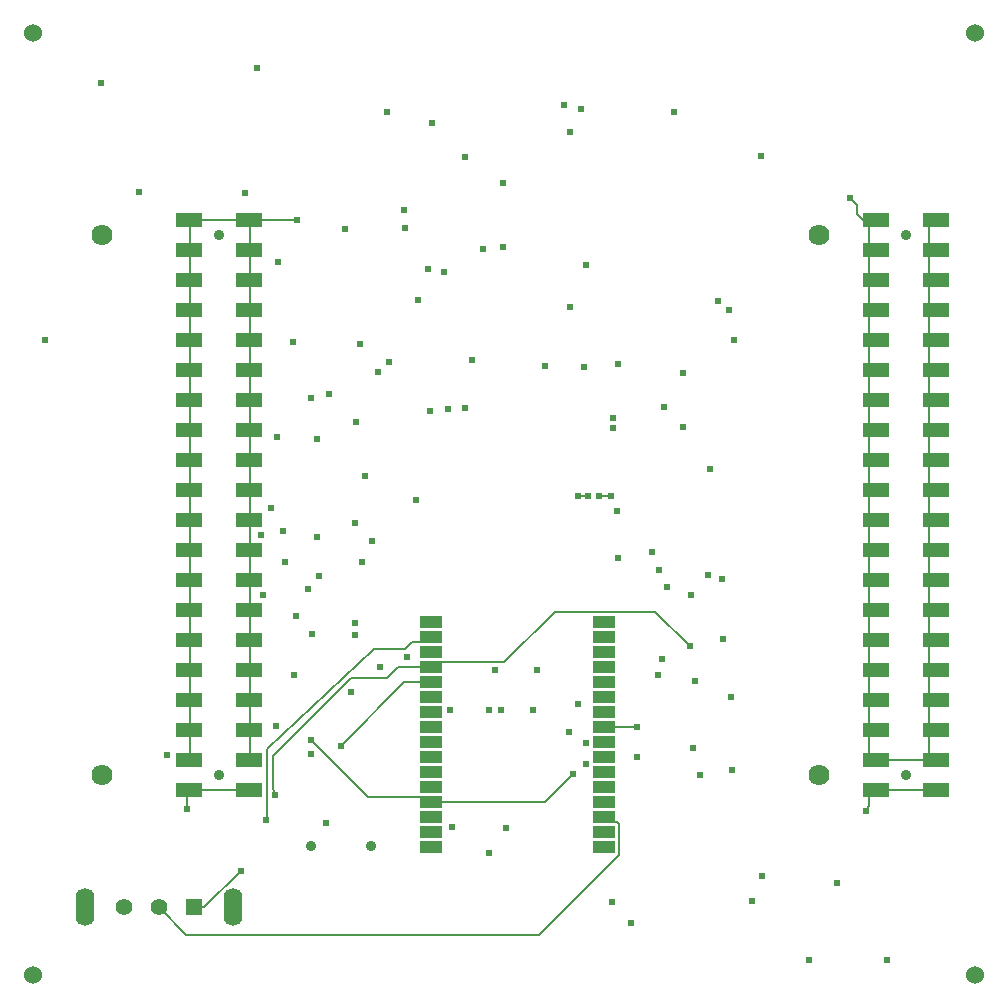
<source format=gbl>
G04*
G04 #@! TF.GenerationSoftware,Altium Limited,Altium Designer,23.11.1 (41)*
G04*
G04 Layer_Physical_Order=4*
G04 Layer_Color=16711680*
%FSLAX25Y25*%
%MOIN*%
G70*
G04*
G04 #@! TF.SameCoordinates,3206F265-2646-4181-9204-0E6D39A93BEF*
G04*
G04*
G04 #@! TF.FilePolarity,Positive*
G04*
G01*
G75*
%ADD18C,0.00600*%
G04:AMPARAMS|DCode=22|XSize=21.65mil|YSize=19.68mil|CornerRadius=2.46mil|HoleSize=0mil|Usage=FLASHONLY|Rotation=90.000|XOffset=0mil|YOffset=0mil|HoleType=Round|Shape=RoundedRectangle|*
%AMROUNDEDRECTD22*
21,1,0.02165,0.01476,0,0,90.0*
21,1,0.01673,0.01968,0,0,90.0*
1,1,0.00492,0.00738,0.00837*
1,1,0.00492,0.00738,-0.00837*
1,1,0.00492,-0.00738,-0.00837*
1,1,0.00492,-0.00738,0.00837*
%
%ADD22ROUNDEDRECTD22*%
%ADD76C,0.07008*%
%ADD77C,0.03504*%
%ADD78O,0.06299X0.12598*%
%ADD79C,0.05543*%
%ADD80R,0.05543X0.05543*%
%ADD81C,0.06000*%
%ADD82C,0.02400*%
%ADD83C,0.00600*%
%ADD84R,0.09016X0.05000*%
%ADD85R,0.07480X0.04213*%
D18*
X98098Y95290D02*
G03*
X98091Y95283I418J-431D01*
G01*
X98098Y95290D02*
G03*
X98091Y95283I418J-431D01*
G01*
X72018Y271800D02*
X91900D01*
X298708Y131800D02*
Y141800D01*
Y211800D02*
Y221800D01*
Y151800D02*
Y161500D01*
Y171800D01*
X318590Y241800D02*
Y251800D01*
Y141800D02*
Y151800D01*
Y101800D02*
Y111800D01*
Y191800D02*
Y201800D01*
Y131800D02*
Y141800D01*
X298708Y251800D02*
Y261800D01*
Y181800D02*
Y191800D01*
Y261800D02*
Y271500D01*
X318590Y91500D02*
Y101800D01*
X298708Y201800D02*
Y211800D01*
X318590Y111800D02*
Y121800D01*
Y201800D02*
Y211800D01*
Y171800D02*
Y181800D01*
X298708Y231800D02*
Y241500D01*
Y221800D02*
Y231800D01*
X318590D02*
Y241800D01*
X301059Y91800D02*
X320941D01*
X318590Y151800D02*
Y161500D01*
Y261800D02*
Y271500D01*
X298708Y241500D02*
Y251800D01*
X318590Y161500D02*
Y171800D01*
X298708D02*
Y181800D01*
Y91500D02*
Y101800D01*
Y141800D02*
Y151800D01*
Y111800D02*
Y121800D01*
Y191800D02*
Y201800D01*
X318590Y221800D02*
Y231800D01*
X298708Y121800D02*
Y131800D01*
X318590Y181800D02*
Y191800D01*
Y211800D02*
Y221800D01*
X298708Y101800D02*
Y111800D01*
X318590Y121800D02*
Y131800D01*
Y251800D02*
Y261800D01*
X71466Y75200D02*
Y81909D01*
Y75200D02*
Y81909D01*
X138000Y118925D02*
X141575Y122500D01*
X152562D01*
X92200Y271500D02*
X108000D01*
X92200Y261500D02*
Y271500D01*
Y251500D02*
Y261500D01*
Y241500D02*
Y251500D01*
Y231500D02*
Y241500D01*
Y221500D02*
Y231500D01*
Y211500D02*
Y221500D01*
Y201500D02*
Y211500D01*
Y191500D02*
Y201500D01*
Y181500D02*
Y191500D01*
Y171500D02*
Y181500D01*
Y161500D02*
Y171500D01*
Y151500D02*
Y161500D01*
Y141500D02*
Y151500D01*
Y131500D02*
Y141500D01*
Y121500D02*
Y131500D01*
Y111500D02*
Y121500D01*
Y101500D02*
Y111500D01*
Y91500D02*
Y101500D01*
X298708Y81500D02*
X318590D01*
X97915Y95107D02*
X98091Y95283D01*
X98098Y95290D02*
X98098Y95290D01*
X298708Y241500D02*
Y271500D01*
X98098Y95290D02*
X98098Y95290D01*
X97915Y95107D02*
X98091Y95283D01*
X298708Y76695D02*
Y81500D01*
X70868Y82507D02*
X71466Y81909D01*
X72318Y91500D02*
Y101500D01*
Y111500D01*
Y121500D01*
Y131500D01*
Y141500D01*
Y151500D01*
Y161500D01*
Y171500D01*
Y181500D01*
Y191500D01*
Y201500D01*
Y211500D01*
Y221500D01*
Y231500D01*
Y241500D01*
Y251500D01*
Y261500D01*
Y271500D01*
X97915Y94631D02*
Y94859D01*
Y94859D02*
Y95107D01*
X98098Y95290D02*
X133609Y128660D01*
X143959D01*
X146405Y131107D01*
X151169D02*
X152762Y132700D01*
X146405Y131107D02*
X151169D01*
X98008Y72998D02*
Y94538D01*
X97500Y71746D02*
X97844Y72091D01*
Y72834D01*
X98008Y72998D01*
X100000Y82400D02*
Y93000D01*
Y82400D02*
X100508Y80000D01*
X100000Y93000D02*
X125925Y118925D01*
X97915Y94631D02*
X98008Y94538D01*
X125925Y118925D02*
X138000D01*
X72318Y81500D02*
X92200D01*
X112500Y98400D02*
X131607Y79294D01*
X151169D01*
X193847Y141107D02*
X227479D01*
X238834Y129751D01*
X201500Y179500D02*
X205000D01*
X209438D02*
X212769D01*
X177034Y124294D02*
X193847Y141107D01*
X154356Y124294D02*
X177034D01*
X152762Y122700D02*
X154356Y124294D01*
X152562Y122500D02*
X152762Y122700D01*
X122500Y96433D02*
X143767Y117700D01*
X152762D01*
X71466Y75200D02*
X71810Y75544D01*
X297500Y74500D02*
Y74987D01*
X298704Y76691D02*
X298708Y76695D01*
X297500Y74987D02*
X298704Y76191D01*
Y76691D01*
X77164Y42500D02*
X89332Y54668D01*
X73811Y42500D02*
X77164D01*
X62000D02*
X71099Y33401D01*
X210400Y72700D02*
X211994Y71107D01*
X71099Y33401D02*
X188786D01*
X215440Y60055D01*
Y70345D01*
X214678Y71107D02*
X215440Y70345D01*
X211994Y71107D02*
X214678D01*
X151169Y79294D02*
X152762Y77700D01*
X190700D02*
X200000Y87000D01*
X152762Y77700D02*
X190700D01*
X210400Y102700D02*
X221200D01*
X294500Y273700D02*
Y276744D01*
X296700Y271500D02*
X298708D01*
X294500Y273700D02*
X296700Y271500D01*
X292244Y279000D02*
X294500Y276744D01*
D22*
X205000Y179500D02*
D03*
X208543D02*
D03*
D76*
X42973Y86800D02*
D03*
Y266800D02*
D03*
X281926D02*
D03*
Y86800D02*
D03*
D77*
X81959Y266800D02*
D03*
Y86800D02*
D03*
X311000Y86800D02*
D03*
Y266800D02*
D03*
X132500Y63051D02*
D03*
X112500D02*
D03*
D78*
X86606Y42500D02*
D03*
X37394D02*
D03*
D79*
X62000D02*
D03*
X50189D02*
D03*
D80*
X73811D02*
D03*
D81*
X20000Y20000D02*
D03*
X334000D02*
D03*
Y334000D02*
D03*
X20000D02*
D03*
D82*
X96062Y166500D02*
D03*
X144674Y126091D02*
D03*
X108000Y271500D02*
D03*
X24000Y231500D02*
D03*
X252500Y112500D02*
D03*
X245115Y153185D02*
D03*
X250145Y131951D02*
D03*
X249637Y151983D02*
D03*
X101726Y257500D02*
D03*
X124000Y268562D02*
D03*
X103427Y168065D02*
D03*
X113040Y133757D02*
D03*
X101000Y103000D02*
D03*
X64500Y93388D02*
D03*
X101462Y199200D02*
D03*
X100508Y80000D02*
D03*
X97500Y71746D02*
D03*
X96500Y146538D02*
D03*
X112500Y93800D02*
D03*
Y98400D02*
D03*
X111794Y148738D02*
D03*
X106500Y231000D02*
D03*
X99399Y175662D02*
D03*
X239272Y146500D02*
D03*
X159772Y69284D02*
D03*
X252949Y88365D02*
D03*
X177500Y68847D02*
D03*
X172000Y60559D02*
D03*
X221200Y92728D02*
D03*
X259500Y44760D02*
D03*
X134864Y221000D02*
D03*
X170123Y262086D02*
D03*
X176159Y108374D02*
D03*
X229795Y125437D02*
D03*
X240518Y118153D02*
D03*
X238834Y129751D02*
D03*
X201500Y179500D02*
D03*
X212769D02*
D03*
X214634Y174829D02*
D03*
X226335Y160879D02*
D03*
X215071Y158910D02*
D03*
X171853Y108434D02*
D03*
X201681Y110257D02*
D03*
X158877Y108374D02*
D03*
X198754Y101000D02*
D03*
X186746Y108392D02*
D03*
X228467Y120018D02*
D03*
X187945Y121500D02*
D03*
X174053D02*
D03*
X125925Y114417D02*
D03*
X107063Y119937D02*
D03*
X107631Y139742D02*
D03*
X127300Y137360D02*
D03*
X127187Y133320D02*
D03*
X103976Y157585D02*
D03*
X115470Y153005D02*
D03*
X114500Y166055D02*
D03*
X127300Y170721D02*
D03*
X248329Y244744D02*
D03*
X215000Y223623D02*
D03*
X114700Y198540D02*
D03*
X112500Y212254D02*
D03*
X127720Y204241D02*
D03*
X236766Y202658D02*
D03*
X213423Y205658D02*
D03*
Y202217D02*
D03*
X252000Y241500D02*
D03*
X236766Y220677D02*
D03*
X230200Y209347D02*
D03*
X147800Y178200D02*
D03*
X129000Y230200D02*
D03*
X203540Y222513D02*
D03*
X190500Y222839D02*
D03*
X166270Y225000D02*
D03*
X138620Y224251D02*
D03*
X118500Y213500D02*
D03*
X129500Y157500D02*
D03*
X135500Y122500D02*
D03*
X245683Y188500D02*
D03*
X198853Y301000D02*
D03*
X240000Y95500D02*
D03*
X117500Y70500D02*
D03*
X71466Y75200D02*
D03*
X297500Y74500D02*
D03*
X89332Y54668D02*
D03*
X122500Y96433D02*
D03*
X200000Y87000D02*
D03*
X221200Y102700D02*
D03*
X151521Y255292D02*
D03*
X143578Y274937D02*
D03*
X199000Y242500D02*
D03*
X204460Y97200D02*
D03*
X204495Y90200D02*
D03*
X262500Y293000D02*
D03*
X212903Y44361D02*
D03*
X196988Y309962D02*
D03*
X202500Y308637D02*
D03*
X157045Y254329D02*
D03*
X153000Y304000D02*
D03*
X176600Y284045D02*
D03*
X176756Y262500D02*
D03*
X163953Y292647D02*
D03*
X138000Y307600D02*
D03*
X304731Y25146D02*
D03*
X278500Y25000D02*
D03*
X219418Y37300D02*
D03*
X242200Y86500D02*
D03*
X263000Y53000D02*
D03*
X204300Y256700D02*
D03*
X288000Y50500D02*
D03*
X94500Y322400D02*
D03*
X55244Y281000D02*
D03*
X42825Y317400D02*
D03*
X292244Y279000D02*
D03*
X228705Y154973D02*
D03*
X130500Y186469D02*
D03*
X158305Y208554D02*
D03*
X164070Y208925D02*
D03*
X152399Y208116D02*
D03*
X233600Y307500D02*
D03*
X148447Y245002D02*
D03*
X144016Y269016D02*
D03*
X253800Y231500D02*
D03*
X231205Y149300D02*
D03*
X133100Y164816D02*
D03*
X90800Y280500D02*
D03*
D83*
X98098Y95290D02*
D03*
D03*
X97915Y94859D02*
D03*
D84*
X72018Y271800D02*
D03*
X91900D02*
D03*
X72018Y261800D02*
D03*
X91900D02*
D03*
X72018Y251800D02*
D03*
X91900D02*
D03*
X72018Y241800D02*
D03*
X91900D02*
D03*
X72018Y231800D02*
D03*
X91900D02*
D03*
X72018Y221800D02*
D03*
X91900D02*
D03*
X72018Y211800D02*
D03*
X91900D02*
D03*
X72018Y201800D02*
D03*
X91900D02*
D03*
X72018Y191800D02*
D03*
X91900D02*
D03*
X72018Y181800D02*
D03*
X91900D02*
D03*
X72018Y171800D02*
D03*
X91900D02*
D03*
X72018Y161800D02*
D03*
X91900D02*
D03*
X72018Y151800D02*
D03*
X91900D02*
D03*
X72018Y141800D02*
D03*
X91900D02*
D03*
X72018Y131800D02*
D03*
X91900D02*
D03*
X72018Y121800D02*
D03*
X91900D02*
D03*
X72018Y111800D02*
D03*
X91900D02*
D03*
X72018Y101800D02*
D03*
X91900D02*
D03*
X72018Y91800D02*
D03*
X91900D02*
D03*
X72018Y81800D02*
D03*
X91900D02*
D03*
X320941Y81800D02*
D03*
X301059D02*
D03*
X320941Y91800D02*
D03*
X301059D02*
D03*
X320941Y101800D02*
D03*
X301059D02*
D03*
X320941Y111800D02*
D03*
X301059D02*
D03*
X320941Y121800D02*
D03*
X301059D02*
D03*
X320941Y131800D02*
D03*
X301059D02*
D03*
X320941Y141800D02*
D03*
X301059D02*
D03*
X320941Y151800D02*
D03*
X301059D02*
D03*
X320941Y161800D02*
D03*
X301059D02*
D03*
X320941Y171800D02*
D03*
X301059D02*
D03*
X320941Y181800D02*
D03*
X301059D02*
D03*
X320941Y191800D02*
D03*
X301059D02*
D03*
X320941Y201800D02*
D03*
X301059D02*
D03*
X320941Y211800D02*
D03*
X301059D02*
D03*
X320941Y221800D02*
D03*
X301059D02*
D03*
X320941Y231800D02*
D03*
X301059D02*
D03*
X320941Y241800D02*
D03*
X301059D02*
D03*
X320941Y251800D02*
D03*
X301059D02*
D03*
X320941Y261800D02*
D03*
X301059D02*
D03*
X320941Y271800D02*
D03*
X301059D02*
D03*
D85*
X152762Y102700D02*
D03*
Y97700D02*
D03*
Y92700D02*
D03*
Y87700D02*
D03*
Y82700D02*
D03*
Y77700D02*
D03*
X210400Y62700D02*
D03*
Y67700D02*
D03*
X152762Y72700D02*
D03*
X210400Y77700D02*
D03*
Y82700D02*
D03*
Y87700D02*
D03*
Y92700D02*
D03*
Y97700D02*
D03*
Y102700D02*
D03*
Y107700D02*
D03*
Y112700D02*
D03*
Y117700D02*
D03*
Y122700D02*
D03*
X152762Y67700D02*
D03*
X210400Y127700D02*
D03*
Y132700D02*
D03*
Y137700D02*
D03*
X152762D02*
D03*
Y132700D02*
D03*
Y127700D02*
D03*
Y122700D02*
D03*
Y117700D02*
D03*
Y112700D02*
D03*
Y107700D02*
D03*
Y62700D02*
D03*
X210400Y72700D02*
D03*
M02*

</source>
